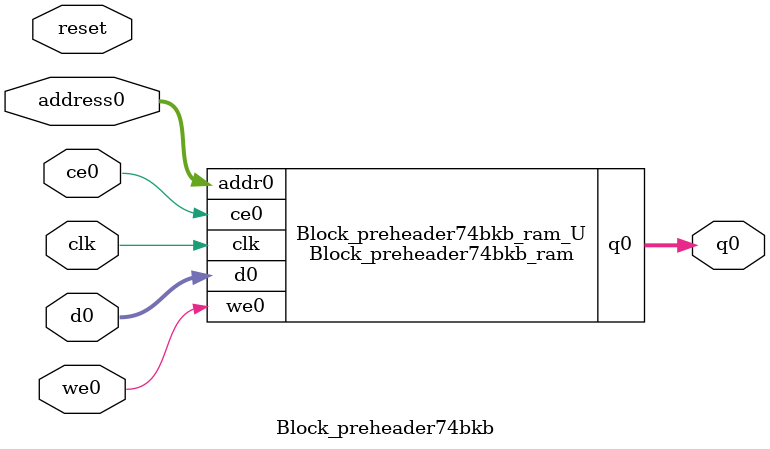
<source format=v>
`timescale 1 ns / 1 ps
module Block_preheader74bkb_ram (addr0, ce0, d0, we0, q0,  clk);

parameter DWIDTH = 8;
parameter AWIDTH = 16;
parameter MEM_SIZE = 52164;

input[AWIDTH-1:0] addr0;
input ce0;
input[DWIDTH-1:0] d0;
input we0;
output reg[DWIDTH-1:0] q0;
input clk;

(* ram_style = "block" *)reg [DWIDTH-1:0] ram[0:MEM_SIZE-1];




always @(posedge clk)  
begin 
    if (ce0) begin
        if (we0) 
            ram[addr0] <= d0; 
        q0 <= ram[addr0];
    end
end


endmodule

`timescale 1 ns / 1 ps
module Block_preheader74bkb(
    reset,
    clk,
    address0,
    ce0,
    we0,
    d0,
    q0);

parameter DataWidth = 32'd8;
parameter AddressRange = 32'd52164;
parameter AddressWidth = 32'd16;
input reset;
input clk;
input[AddressWidth - 1:0] address0;
input ce0;
input we0;
input[DataWidth - 1:0] d0;
output[DataWidth - 1:0] q0;



Block_preheader74bkb_ram Block_preheader74bkb_ram_U(
    .clk( clk ),
    .addr0( address0 ),
    .ce0( ce0 ),
    .we0( we0 ),
    .d0( d0 ),
    .q0( q0 ));

endmodule


</source>
